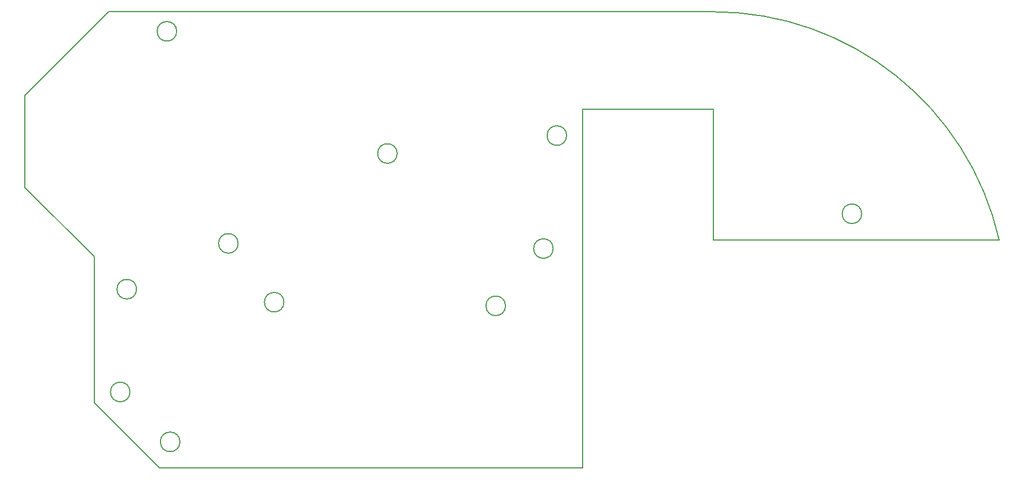
<source format=gbr>
G04 #@! TF.GenerationSoftware,KiCad,Pcbnew,(5.1.5-0-10_14)*
G04 #@! TF.CreationDate,2020-04-05T12:42:30-04:00*
G04 #@! TF.ProjectId,mobo,6d6f626f-2e6b-4696-9361-645f70636258,rev?*
G04 #@! TF.SameCoordinates,Original*
G04 #@! TF.FileFunction,Profile,NP*
%FSLAX46Y46*%
G04 Gerber Fmt 4.6, Leading zero omitted, Abs format (unit mm)*
G04 Created by KiCad (PCBNEW (5.1.5-0-10_14)) date 2020-04-05 12:42:30*
%MOMM*%
%LPD*%
G04 APERTURE LIST*
%ADD10C,0.200000*%
G04 APERTURE END LIST*
D10*
X100786855Y-168979999D02*
G75*
G03X100786855Y-168979999I-1500000J0D01*
G01*
X93130000Y-161323144D02*
G75*
G03X93130000Y-161323144I-1500000J0D01*
G01*
X182629999Y-117980000D02*
X162630000Y-117980000D01*
X182629999Y-137979999D02*
X182629999Y-117980000D01*
X100294238Y-105979999D02*
G75*
G03X100294238Y-105979999I-1500000J0D01*
G01*
X205414271Y-133979999D02*
G75*
G03X205414271Y-133979999I-1500000J0D01*
G01*
X89848255Y-102979999D02*
X182629999Y-102980000D01*
X77023399Y-115804855D02*
X89848255Y-102979999D01*
X109722108Y-138524512D02*
G75*
G03X109722108Y-138524512I-1500000J0D01*
G01*
X150749645Y-148105144D02*
G75*
G03X150749645Y-148105144I-1500000J0D01*
G01*
X116754199Y-147548664D02*
G75*
G03X116754199Y-147548664I-1500000J0D01*
G01*
X162630000Y-172979998D02*
X97630000Y-172979999D01*
X162630000Y-117980000D02*
X162630000Y-172979998D01*
X134130001Y-124729999D02*
G75*
G03X134130001Y-124729999I-1500000J0D01*
G01*
X94130000Y-145553592D02*
G75*
G03X94130000Y-145553592I-1500000J0D01*
G01*
X77023399Y-129946991D02*
X77023399Y-115804855D01*
X87630000Y-140553592D02*
X77023399Y-129946991D01*
X158073326Y-139315985D02*
G75*
G03X158073326Y-139315985I-1500000J0D01*
G01*
X87630001Y-162979999D02*
X87630000Y-140553592D01*
X97630000Y-172979999D02*
X87630001Y-162979999D01*
X226504821Y-137979999D02*
X182629999Y-137979999D01*
X182630000Y-102979998D02*
G75*
G02X226504821Y-137979999I-1J-45000000D01*
G01*
X160130000Y-121980000D02*
G75*
G03X160130000Y-121980000I-1500000J0D01*
G01*
M02*

</source>
